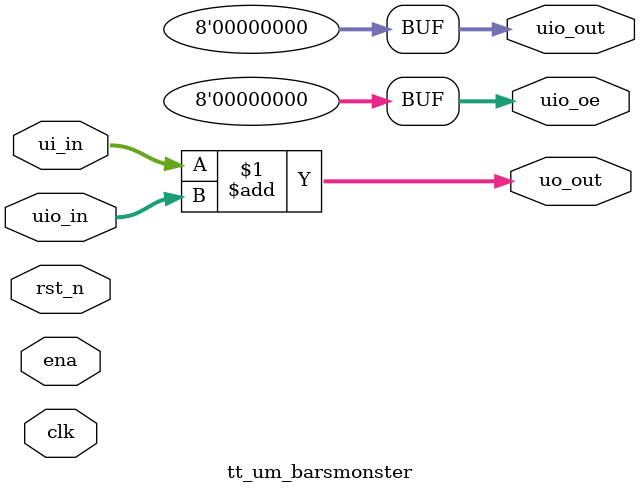
<source format=v>
/*
 * Copyright (c) 2024 Your Name
 * SPDX-License-Identifier: Apache-2.0
 */

`define default_netname none

module tt_um_barsmonster (
    input  wire [7:0] ui_in,    // Dedicated inputs
    output wire [7:0] uo_out,   // Dedicated outputs
    input  wire [7:0] uio_in,   // IOs: Input path
    output wire [7:0] uio_out,  // IOs: Output path
    output wire [7:0] uio_oe,   // IOs: Enable path (active high: 0=input, 1=output)
    input  wire       ena,      // will go high when the design is enabled
    input  wire       clk,      // clock
    input  wire       rst_n     // reset_n - low to reset
);

  // All output pins must be assigned. If not used, assign to 0.
  assign uo_out  = ui_in + uio_in;  // Example: ou_out is the sum of ui_in and uio_in
  assign uio_out = 0;
  assign uio_oe  = 0;

endmodule

</source>
